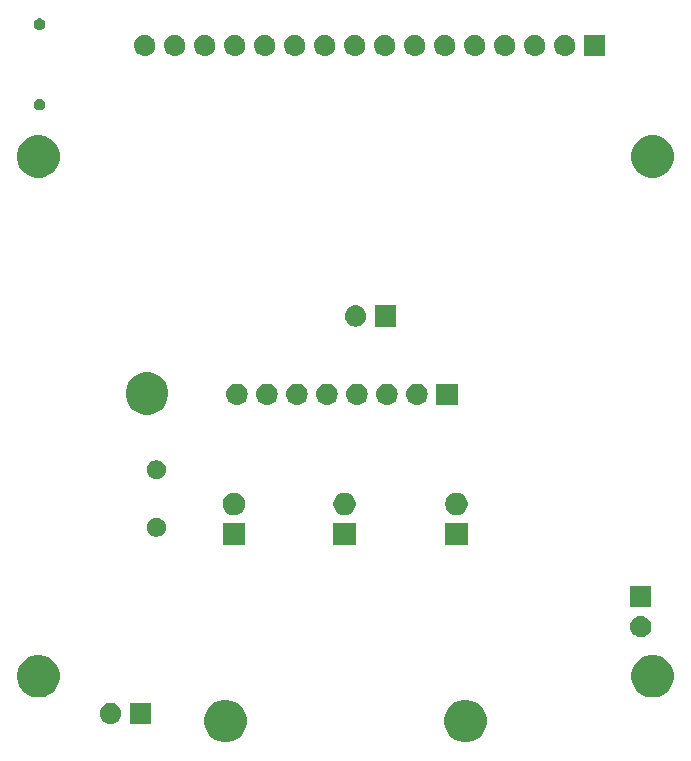
<source format=gbr>
G04 #@! TF.GenerationSoftware,KiCad,Pcbnew,(5.0.2)-1*
G04 #@! TF.CreationDate,2019-02-11T10:40:24+00:00*
G04 #@! TF.ProjectId,AircraftDataLogger,41697263-7261-4667-9444-6174614c6f67,rev?*
G04 #@! TF.SameCoordinates,Original*
G04 #@! TF.FileFunction,Soldermask,Bot*
G04 #@! TF.FilePolarity,Negative*
%FSLAX46Y46*%
G04 Gerber Fmt 4.6, Leading zero omitted, Abs format (unit mm)*
G04 Created by KiCad (PCBNEW (5.0.2)-1) date 11/02/2019 10:40:24*
%MOMM*%
%LPD*%
G01*
G04 APERTURE LIST*
%ADD10C,0.100000*%
G04 APERTURE END LIST*
D10*
G36*
X88885331Y-105068211D02*
X89213092Y-105203974D01*
X89508073Y-105401074D01*
X89758926Y-105651927D01*
X89956026Y-105946908D01*
X90091789Y-106274669D01*
X90161000Y-106622616D01*
X90161000Y-106977384D01*
X90091789Y-107325331D01*
X89956026Y-107653092D01*
X89758926Y-107948073D01*
X89508073Y-108198926D01*
X89213092Y-108396026D01*
X88885331Y-108531789D01*
X88537384Y-108601000D01*
X88182616Y-108601000D01*
X87834669Y-108531789D01*
X87506908Y-108396026D01*
X87211927Y-108198926D01*
X86961074Y-107948073D01*
X86763974Y-107653092D01*
X86628211Y-107325331D01*
X86559000Y-106977384D01*
X86559000Y-106622616D01*
X86628211Y-106274669D01*
X86763974Y-105946908D01*
X86961074Y-105651927D01*
X87211927Y-105401074D01*
X87506908Y-105203974D01*
X87834669Y-105068211D01*
X88182616Y-104999000D01*
X88537384Y-104999000D01*
X88885331Y-105068211D01*
X88885331Y-105068211D01*
G37*
G36*
X68565331Y-105068211D02*
X68893092Y-105203974D01*
X69188073Y-105401074D01*
X69438926Y-105651927D01*
X69636026Y-105946908D01*
X69771789Y-106274669D01*
X69841000Y-106622616D01*
X69841000Y-106977384D01*
X69771789Y-107325331D01*
X69636026Y-107653092D01*
X69438926Y-107948073D01*
X69188073Y-108198926D01*
X68893092Y-108396026D01*
X68565331Y-108531789D01*
X68217384Y-108601000D01*
X67862616Y-108601000D01*
X67514669Y-108531789D01*
X67186908Y-108396026D01*
X66891927Y-108198926D01*
X66641074Y-107948073D01*
X66443974Y-107653092D01*
X66308211Y-107325331D01*
X66239000Y-106977384D01*
X66239000Y-106622616D01*
X66308211Y-106274669D01*
X66443974Y-105946908D01*
X66641074Y-105651927D01*
X66891927Y-105401074D01*
X67186908Y-105203974D01*
X67514669Y-105068211D01*
X67862616Y-104999000D01*
X68217384Y-104999000D01*
X68565331Y-105068211D01*
X68565331Y-105068211D01*
G37*
G36*
X61751000Y-107051000D02*
X59949000Y-107051000D01*
X59949000Y-105249000D01*
X61751000Y-105249000D01*
X61751000Y-107051000D01*
X61751000Y-107051000D01*
G37*
G36*
X58420442Y-105255518D02*
X58486627Y-105262037D01*
X58599853Y-105296384D01*
X58656467Y-105313557D01*
X58795087Y-105387652D01*
X58812991Y-105397222D01*
X58848729Y-105426552D01*
X58950186Y-105509814D01*
X59033448Y-105611271D01*
X59062778Y-105647009D01*
X59062779Y-105647011D01*
X59146443Y-105803533D01*
X59146443Y-105803534D01*
X59197963Y-105973373D01*
X59215359Y-106150000D01*
X59197963Y-106326627D01*
X59163616Y-106439853D01*
X59146443Y-106496467D01*
X59079014Y-106622616D01*
X59062778Y-106652991D01*
X59033448Y-106688729D01*
X58950186Y-106790186D01*
X58848729Y-106873448D01*
X58812991Y-106902778D01*
X58812989Y-106902779D01*
X58656467Y-106986443D01*
X58599853Y-107003616D01*
X58486627Y-107037963D01*
X58420443Y-107044481D01*
X58354260Y-107051000D01*
X58265740Y-107051000D01*
X58199557Y-107044481D01*
X58133373Y-107037963D01*
X58020147Y-107003616D01*
X57963533Y-106986443D01*
X57807011Y-106902779D01*
X57807009Y-106902778D01*
X57771271Y-106873448D01*
X57669814Y-106790186D01*
X57586552Y-106688729D01*
X57557222Y-106652991D01*
X57540986Y-106622616D01*
X57473557Y-106496467D01*
X57456384Y-106439853D01*
X57422037Y-106326627D01*
X57404641Y-106150000D01*
X57422037Y-105973373D01*
X57473557Y-105803534D01*
X57473557Y-105803533D01*
X57557221Y-105647011D01*
X57557222Y-105647009D01*
X57586552Y-105611271D01*
X57669814Y-105509814D01*
X57771271Y-105426552D01*
X57807009Y-105397222D01*
X57824913Y-105387652D01*
X57963533Y-105313557D01*
X58020147Y-105296384D01*
X58133373Y-105262037D01*
X58199558Y-105255518D01*
X58265740Y-105249000D01*
X58354260Y-105249000D01*
X58420442Y-105255518D01*
X58420442Y-105255518D01*
G37*
G36*
X104725331Y-101268211D02*
X105053092Y-101403974D01*
X105348073Y-101601074D01*
X105598926Y-101851927D01*
X105796026Y-102146908D01*
X105931789Y-102474669D01*
X106001000Y-102822616D01*
X106001000Y-103177384D01*
X105931789Y-103525331D01*
X105796026Y-103853092D01*
X105598926Y-104148073D01*
X105348073Y-104398926D01*
X105053092Y-104596026D01*
X104725331Y-104731789D01*
X104377384Y-104801000D01*
X104022616Y-104801000D01*
X103674669Y-104731789D01*
X103346908Y-104596026D01*
X103051927Y-104398926D01*
X102801074Y-104148073D01*
X102603974Y-103853092D01*
X102468211Y-103525331D01*
X102399000Y-103177384D01*
X102399000Y-102822616D01*
X102468211Y-102474669D01*
X102603974Y-102146908D01*
X102801074Y-101851927D01*
X103051927Y-101601074D01*
X103346908Y-101403974D01*
X103674669Y-101268211D01*
X104022616Y-101199000D01*
X104377384Y-101199000D01*
X104725331Y-101268211D01*
X104725331Y-101268211D01*
G37*
G36*
X52725331Y-101268211D02*
X53053092Y-101403974D01*
X53348073Y-101601074D01*
X53598926Y-101851927D01*
X53796026Y-102146908D01*
X53931789Y-102474669D01*
X54001000Y-102822616D01*
X54001000Y-103177384D01*
X53931789Y-103525331D01*
X53796026Y-103853092D01*
X53598926Y-104148073D01*
X53348073Y-104398926D01*
X53053092Y-104596026D01*
X52725331Y-104731789D01*
X52377384Y-104801000D01*
X52022616Y-104801000D01*
X51674669Y-104731789D01*
X51346908Y-104596026D01*
X51051927Y-104398926D01*
X50801074Y-104148073D01*
X50603974Y-103853092D01*
X50468211Y-103525331D01*
X50399000Y-103177384D01*
X50399000Y-102822616D01*
X50468211Y-102474669D01*
X50603974Y-102146908D01*
X50801074Y-101851927D01*
X51051927Y-101601074D01*
X51346908Y-101403974D01*
X51674669Y-101268211D01*
X52022616Y-101199000D01*
X52377384Y-101199000D01*
X52725331Y-101268211D01*
X52725331Y-101268211D01*
G37*
G36*
X103310443Y-97905519D02*
X103376627Y-97912037D01*
X103489853Y-97946384D01*
X103546467Y-97963557D01*
X103685087Y-98037652D01*
X103702991Y-98047222D01*
X103738729Y-98076552D01*
X103840186Y-98159814D01*
X103923448Y-98261271D01*
X103952778Y-98297009D01*
X103952779Y-98297011D01*
X104036443Y-98453533D01*
X104036443Y-98453534D01*
X104087963Y-98623373D01*
X104105359Y-98800000D01*
X104087963Y-98976627D01*
X104053616Y-99089853D01*
X104036443Y-99146467D01*
X103962348Y-99285087D01*
X103952778Y-99302991D01*
X103923448Y-99338729D01*
X103840186Y-99440186D01*
X103738729Y-99523448D01*
X103702991Y-99552778D01*
X103702989Y-99552779D01*
X103546467Y-99636443D01*
X103489853Y-99653616D01*
X103376627Y-99687963D01*
X103310443Y-99694481D01*
X103244260Y-99701000D01*
X103155740Y-99701000D01*
X103089558Y-99694482D01*
X103023373Y-99687963D01*
X102910147Y-99653616D01*
X102853533Y-99636443D01*
X102697011Y-99552779D01*
X102697009Y-99552778D01*
X102661271Y-99523448D01*
X102559814Y-99440186D01*
X102476552Y-99338729D01*
X102447222Y-99302991D01*
X102437652Y-99285087D01*
X102363557Y-99146467D01*
X102346384Y-99089853D01*
X102312037Y-98976627D01*
X102294641Y-98800000D01*
X102312037Y-98623373D01*
X102363557Y-98453534D01*
X102363557Y-98453533D01*
X102447221Y-98297011D01*
X102447222Y-98297009D01*
X102476552Y-98261271D01*
X102559814Y-98159814D01*
X102661271Y-98076552D01*
X102697009Y-98047222D01*
X102714913Y-98037652D01*
X102853533Y-97963557D01*
X102910147Y-97946384D01*
X103023373Y-97912037D01*
X103089557Y-97905519D01*
X103155740Y-97899000D01*
X103244260Y-97899000D01*
X103310443Y-97905519D01*
X103310443Y-97905519D01*
G37*
G36*
X104101000Y-97161000D02*
X102299000Y-97161000D01*
X102299000Y-95359000D01*
X104101000Y-95359000D01*
X104101000Y-97161000D01*
X104101000Y-97161000D01*
G37*
G36*
X79075000Y-91915600D02*
X77173000Y-91915600D01*
X77173000Y-90013600D01*
X79075000Y-90013600D01*
X79075000Y-91915600D01*
X79075000Y-91915600D01*
G37*
G36*
X69701000Y-91901000D02*
X67799000Y-91901000D01*
X67799000Y-89999000D01*
X69701000Y-89999000D01*
X69701000Y-91901000D01*
X69701000Y-91901000D01*
G37*
G36*
X88551000Y-91901000D02*
X86649000Y-91901000D01*
X86649000Y-89999000D01*
X88551000Y-89999000D01*
X88551000Y-91901000D01*
X88551000Y-91901000D01*
G37*
G36*
X62433643Y-89629781D02*
X62579415Y-89690162D01*
X62710611Y-89777824D01*
X62822176Y-89889389D01*
X62909838Y-90020585D01*
X62970219Y-90166357D01*
X63001000Y-90321107D01*
X63001000Y-90478893D01*
X62970219Y-90633643D01*
X62909838Y-90779415D01*
X62822176Y-90910611D01*
X62710611Y-91022176D01*
X62579415Y-91109838D01*
X62433643Y-91170219D01*
X62278893Y-91201000D01*
X62121107Y-91201000D01*
X61966357Y-91170219D01*
X61820585Y-91109838D01*
X61689389Y-91022176D01*
X61577824Y-90910611D01*
X61490162Y-90779415D01*
X61429781Y-90633643D01*
X61399000Y-90478893D01*
X61399000Y-90321107D01*
X61429781Y-90166357D01*
X61490162Y-90020585D01*
X61577824Y-89889389D01*
X61689389Y-89777824D01*
X61820585Y-89690162D01*
X61966357Y-89629781D01*
X62121107Y-89599000D01*
X62278893Y-89599000D01*
X62433643Y-89629781D01*
X62433643Y-89629781D01*
G37*
G36*
X78401396Y-87510146D02*
X78574466Y-87581834D01*
X78730230Y-87685912D01*
X78862688Y-87818370D01*
X78966766Y-87974134D01*
X79038454Y-88147204D01*
X79075000Y-88330933D01*
X79075000Y-88518267D01*
X79038454Y-88701996D01*
X78966766Y-88875066D01*
X78862688Y-89030830D01*
X78730230Y-89163288D01*
X78574466Y-89267366D01*
X78401396Y-89339054D01*
X78217667Y-89375600D01*
X78030333Y-89375600D01*
X77846604Y-89339054D01*
X77673534Y-89267366D01*
X77517770Y-89163288D01*
X77385312Y-89030830D01*
X77281234Y-88875066D01*
X77209546Y-88701996D01*
X77173000Y-88518267D01*
X77173000Y-88330933D01*
X77209546Y-88147204D01*
X77281234Y-87974134D01*
X77385312Y-87818370D01*
X77517770Y-87685912D01*
X77673534Y-87581834D01*
X77846604Y-87510146D01*
X78030333Y-87473600D01*
X78217667Y-87473600D01*
X78401396Y-87510146D01*
X78401396Y-87510146D01*
G37*
G36*
X87877396Y-87495546D02*
X88050466Y-87567234D01*
X88206230Y-87671312D01*
X88338688Y-87803770D01*
X88442766Y-87959534D01*
X88514454Y-88132604D01*
X88551000Y-88316333D01*
X88551000Y-88503667D01*
X88514454Y-88687396D01*
X88442766Y-88860466D01*
X88338688Y-89016230D01*
X88206230Y-89148688D01*
X88050466Y-89252766D01*
X87877396Y-89324454D01*
X87693667Y-89361000D01*
X87506333Y-89361000D01*
X87322604Y-89324454D01*
X87149534Y-89252766D01*
X86993770Y-89148688D01*
X86861312Y-89016230D01*
X86757234Y-88860466D01*
X86685546Y-88687396D01*
X86649000Y-88503667D01*
X86649000Y-88316333D01*
X86685546Y-88132604D01*
X86757234Y-87959534D01*
X86861312Y-87803770D01*
X86993770Y-87671312D01*
X87149534Y-87567234D01*
X87322604Y-87495546D01*
X87506333Y-87459000D01*
X87693667Y-87459000D01*
X87877396Y-87495546D01*
X87877396Y-87495546D01*
G37*
G36*
X69027396Y-87495546D02*
X69200466Y-87567234D01*
X69356230Y-87671312D01*
X69488688Y-87803770D01*
X69592766Y-87959534D01*
X69664454Y-88132604D01*
X69701000Y-88316333D01*
X69701000Y-88503667D01*
X69664454Y-88687396D01*
X69592766Y-88860466D01*
X69488688Y-89016230D01*
X69356230Y-89148688D01*
X69200466Y-89252766D01*
X69027396Y-89324454D01*
X68843667Y-89361000D01*
X68656333Y-89361000D01*
X68472604Y-89324454D01*
X68299534Y-89252766D01*
X68143770Y-89148688D01*
X68011312Y-89016230D01*
X67907234Y-88860466D01*
X67835546Y-88687396D01*
X67799000Y-88503667D01*
X67799000Y-88316333D01*
X67835546Y-88132604D01*
X67907234Y-87959534D01*
X68011312Y-87803770D01*
X68143770Y-87671312D01*
X68299534Y-87567234D01*
X68472604Y-87495546D01*
X68656333Y-87459000D01*
X68843667Y-87459000D01*
X69027396Y-87495546D01*
X69027396Y-87495546D01*
G37*
G36*
X62433643Y-84749781D02*
X62579415Y-84810162D01*
X62710611Y-84897824D01*
X62822176Y-85009389D01*
X62909838Y-85140585D01*
X62970219Y-85286357D01*
X63001000Y-85441107D01*
X63001000Y-85598893D01*
X62970219Y-85753643D01*
X62909838Y-85899415D01*
X62822176Y-86030611D01*
X62710611Y-86142176D01*
X62579415Y-86229838D01*
X62433643Y-86290219D01*
X62278893Y-86321000D01*
X62121107Y-86321000D01*
X61966357Y-86290219D01*
X61820585Y-86229838D01*
X61689389Y-86142176D01*
X61577824Y-86030611D01*
X61490162Y-85899415D01*
X61429781Y-85753643D01*
X61399000Y-85598893D01*
X61399000Y-85441107D01*
X61429781Y-85286357D01*
X61490162Y-85140585D01*
X61577824Y-85009389D01*
X61689389Y-84897824D01*
X61820585Y-84810162D01*
X61966357Y-84749781D01*
X62121107Y-84719000D01*
X62278893Y-84719000D01*
X62433643Y-84749781D01*
X62433643Y-84749781D01*
G37*
G36*
X61925331Y-77328211D02*
X62253092Y-77463974D01*
X62548073Y-77661074D01*
X62798926Y-77911927D01*
X62996026Y-78206908D01*
X63131789Y-78534669D01*
X63201000Y-78882616D01*
X63201000Y-79237384D01*
X63131789Y-79585331D01*
X62996026Y-79913092D01*
X62798926Y-80208073D01*
X62548073Y-80458926D01*
X62253092Y-80656026D01*
X61925331Y-80791789D01*
X61577384Y-80861000D01*
X61222616Y-80861000D01*
X60874669Y-80791789D01*
X60546908Y-80656026D01*
X60251927Y-80458926D01*
X60001074Y-80208073D01*
X59803974Y-79913092D01*
X59668211Y-79585331D01*
X59599000Y-79237384D01*
X59599000Y-78882616D01*
X59668211Y-78534669D01*
X59803974Y-78206908D01*
X60001074Y-77911927D01*
X60251927Y-77661074D01*
X60546908Y-77463974D01*
X60874669Y-77328211D01*
X61222616Y-77259000D01*
X61577384Y-77259000D01*
X61925331Y-77328211D01*
X61925331Y-77328211D01*
G37*
G36*
X87701000Y-80031000D02*
X85899000Y-80031000D01*
X85899000Y-78229000D01*
X87701000Y-78229000D01*
X87701000Y-80031000D01*
X87701000Y-80031000D01*
G37*
G36*
X84370443Y-78235519D02*
X84436627Y-78242037D01*
X84549853Y-78276384D01*
X84606467Y-78293557D01*
X84745087Y-78367652D01*
X84762991Y-78377222D01*
X84798729Y-78406552D01*
X84900186Y-78489814D01*
X84983448Y-78591271D01*
X85012778Y-78627009D01*
X85012779Y-78627011D01*
X85096443Y-78783533D01*
X85096443Y-78783534D01*
X85147963Y-78953373D01*
X85165359Y-79130000D01*
X85147963Y-79306627D01*
X85113616Y-79419853D01*
X85096443Y-79476467D01*
X85022348Y-79615087D01*
X85012778Y-79632991D01*
X84983448Y-79668729D01*
X84900186Y-79770186D01*
X84798729Y-79853448D01*
X84762991Y-79882778D01*
X84762989Y-79882779D01*
X84606467Y-79966443D01*
X84549853Y-79983616D01*
X84436627Y-80017963D01*
X84370443Y-80024481D01*
X84304260Y-80031000D01*
X84215740Y-80031000D01*
X84149557Y-80024481D01*
X84083373Y-80017963D01*
X83970147Y-79983616D01*
X83913533Y-79966443D01*
X83757011Y-79882779D01*
X83757009Y-79882778D01*
X83721271Y-79853448D01*
X83619814Y-79770186D01*
X83536552Y-79668729D01*
X83507222Y-79632991D01*
X83497652Y-79615087D01*
X83423557Y-79476467D01*
X83406384Y-79419853D01*
X83372037Y-79306627D01*
X83354641Y-79130000D01*
X83372037Y-78953373D01*
X83423557Y-78783534D01*
X83423557Y-78783533D01*
X83507221Y-78627011D01*
X83507222Y-78627009D01*
X83536552Y-78591271D01*
X83619814Y-78489814D01*
X83721271Y-78406552D01*
X83757009Y-78377222D01*
X83774913Y-78367652D01*
X83913533Y-78293557D01*
X83970147Y-78276384D01*
X84083373Y-78242037D01*
X84149557Y-78235519D01*
X84215740Y-78229000D01*
X84304260Y-78229000D01*
X84370443Y-78235519D01*
X84370443Y-78235519D01*
G37*
G36*
X76750443Y-78235519D02*
X76816627Y-78242037D01*
X76929853Y-78276384D01*
X76986467Y-78293557D01*
X77125087Y-78367652D01*
X77142991Y-78377222D01*
X77178729Y-78406552D01*
X77280186Y-78489814D01*
X77363448Y-78591271D01*
X77392778Y-78627009D01*
X77392779Y-78627011D01*
X77476443Y-78783533D01*
X77476443Y-78783534D01*
X77527963Y-78953373D01*
X77545359Y-79130000D01*
X77527963Y-79306627D01*
X77493616Y-79419853D01*
X77476443Y-79476467D01*
X77402348Y-79615087D01*
X77392778Y-79632991D01*
X77363448Y-79668729D01*
X77280186Y-79770186D01*
X77178729Y-79853448D01*
X77142991Y-79882778D01*
X77142989Y-79882779D01*
X76986467Y-79966443D01*
X76929853Y-79983616D01*
X76816627Y-80017963D01*
X76750443Y-80024481D01*
X76684260Y-80031000D01*
X76595740Y-80031000D01*
X76529557Y-80024481D01*
X76463373Y-80017963D01*
X76350147Y-79983616D01*
X76293533Y-79966443D01*
X76137011Y-79882779D01*
X76137009Y-79882778D01*
X76101271Y-79853448D01*
X75999814Y-79770186D01*
X75916552Y-79668729D01*
X75887222Y-79632991D01*
X75877652Y-79615087D01*
X75803557Y-79476467D01*
X75786384Y-79419853D01*
X75752037Y-79306627D01*
X75734641Y-79130000D01*
X75752037Y-78953373D01*
X75803557Y-78783534D01*
X75803557Y-78783533D01*
X75887221Y-78627011D01*
X75887222Y-78627009D01*
X75916552Y-78591271D01*
X75999814Y-78489814D01*
X76101271Y-78406552D01*
X76137009Y-78377222D01*
X76154913Y-78367652D01*
X76293533Y-78293557D01*
X76350147Y-78276384D01*
X76463373Y-78242037D01*
X76529557Y-78235519D01*
X76595740Y-78229000D01*
X76684260Y-78229000D01*
X76750443Y-78235519D01*
X76750443Y-78235519D01*
G37*
G36*
X74210443Y-78235519D02*
X74276627Y-78242037D01*
X74389853Y-78276384D01*
X74446467Y-78293557D01*
X74585087Y-78367652D01*
X74602991Y-78377222D01*
X74638729Y-78406552D01*
X74740186Y-78489814D01*
X74823448Y-78591271D01*
X74852778Y-78627009D01*
X74852779Y-78627011D01*
X74936443Y-78783533D01*
X74936443Y-78783534D01*
X74987963Y-78953373D01*
X75005359Y-79130000D01*
X74987963Y-79306627D01*
X74953616Y-79419853D01*
X74936443Y-79476467D01*
X74862348Y-79615087D01*
X74852778Y-79632991D01*
X74823448Y-79668729D01*
X74740186Y-79770186D01*
X74638729Y-79853448D01*
X74602991Y-79882778D01*
X74602989Y-79882779D01*
X74446467Y-79966443D01*
X74389853Y-79983616D01*
X74276627Y-80017963D01*
X74210443Y-80024481D01*
X74144260Y-80031000D01*
X74055740Y-80031000D01*
X73989557Y-80024481D01*
X73923373Y-80017963D01*
X73810147Y-79983616D01*
X73753533Y-79966443D01*
X73597011Y-79882779D01*
X73597009Y-79882778D01*
X73561271Y-79853448D01*
X73459814Y-79770186D01*
X73376552Y-79668729D01*
X73347222Y-79632991D01*
X73337652Y-79615087D01*
X73263557Y-79476467D01*
X73246384Y-79419853D01*
X73212037Y-79306627D01*
X73194641Y-79130000D01*
X73212037Y-78953373D01*
X73263557Y-78783534D01*
X73263557Y-78783533D01*
X73347221Y-78627011D01*
X73347222Y-78627009D01*
X73376552Y-78591271D01*
X73459814Y-78489814D01*
X73561271Y-78406552D01*
X73597009Y-78377222D01*
X73614913Y-78367652D01*
X73753533Y-78293557D01*
X73810147Y-78276384D01*
X73923373Y-78242037D01*
X73989557Y-78235519D01*
X74055740Y-78229000D01*
X74144260Y-78229000D01*
X74210443Y-78235519D01*
X74210443Y-78235519D01*
G37*
G36*
X69130443Y-78235519D02*
X69196627Y-78242037D01*
X69309853Y-78276384D01*
X69366467Y-78293557D01*
X69505087Y-78367652D01*
X69522991Y-78377222D01*
X69558729Y-78406552D01*
X69660186Y-78489814D01*
X69743448Y-78591271D01*
X69772778Y-78627009D01*
X69772779Y-78627011D01*
X69856443Y-78783533D01*
X69856443Y-78783534D01*
X69907963Y-78953373D01*
X69925359Y-79130000D01*
X69907963Y-79306627D01*
X69873616Y-79419853D01*
X69856443Y-79476467D01*
X69782348Y-79615087D01*
X69772778Y-79632991D01*
X69743448Y-79668729D01*
X69660186Y-79770186D01*
X69558729Y-79853448D01*
X69522991Y-79882778D01*
X69522989Y-79882779D01*
X69366467Y-79966443D01*
X69309853Y-79983616D01*
X69196627Y-80017963D01*
X69130443Y-80024481D01*
X69064260Y-80031000D01*
X68975740Y-80031000D01*
X68909557Y-80024481D01*
X68843373Y-80017963D01*
X68730147Y-79983616D01*
X68673533Y-79966443D01*
X68517011Y-79882779D01*
X68517009Y-79882778D01*
X68481271Y-79853448D01*
X68379814Y-79770186D01*
X68296552Y-79668729D01*
X68267222Y-79632991D01*
X68257652Y-79615087D01*
X68183557Y-79476467D01*
X68166384Y-79419853D01*
X68132037Y-79306627D01*
X68114641Y-79130000D01*
X68132037Y-78953373D01*
X68183557Y-78783534D01*
X68183557Y-78783533D01*
X68267221Y-78627011D01*
X68267222Y-78627009D01*
X68296552Y-78591271D01*
X68379814Y-78489814D01*
X68481271Y-78406552D01*
X68517009Y-78377222D01*
X68534913Y-78367652D01*
X68673533Y-78293557D01*
X68730147Y-78276384D01*
X68843373Y-78242037D01*
X68909557Y-78235519D01*
X68975740Y-78229000D01*
X69064260Y-78229000D01*
X69130443Y-78235519D01*
X69130443Y-78235519D01*
G37*
G36*
X81830443Y-78235519D02*
X81896627Y-78242037D01*
X82009853Y-78276384D01*
X82066467Y-78293557D01*
X82205087Y-78367652D01*
X82222991Y-78377222D01*
X82258729Y-78406552D01*
X82360186Y-78489814D01*
X82443448Y-78591271D01*
X82472778Y-78627009D01*
X82472779Y-78627011D01*
X82556443Y-78783533D01*
X82556443Y-78783534D01*
X82607963Y-78953373D01*
X82625359Y-79130000D01*
X82607963Y-79306627D01*
X82573616Y-79419853D01*
X82556443Y-79476467D01*
X82482348Y-79615087D01*
X82472778Y-79632991D01*
X82443448Y-79668729D01*
X82360186Y-79770186D01*
X82258729Y-79853448D01*
X82222991Y-79882778D01*
X82222989Y-79882779D01*
X82066467Y-79966443D01*
X82009853Y-79983616D01*
X81896627Y-80017963D01*
X81830443Y-80024481D01*
X81764260Y-80031000D01*
X81675740Y-80031000D01*
X81609557Y-80024481D01*
X81543373Y-80017963D01*
X81430147Y-79983616D01*
X81373533Y-79966443D01*
X81217011Y-79882779D01*
X81217009Y-79882778D01*
X81181271Y-79853448D01*
X81079814Y-79770186D01*
X80996552Y-79668729D01*
X80967222Y-79632991D01*
X80957652Y-79615087D01*
X80883557Y-79476467D01*
X80866384Y-79419853D01*
X80832037Y-79306627D01*
X80814641Y-79130000D01*
X80832037Y-78953373D01*
X80883557Y-78783534D01*
X80883557Y-78783533D01*
X80967221Y-78627011D01*
X80967222Y-78627009D01*
X80996552Y-78591271D01*
X81079814Y-78489814D01*
X81181271Y-78406552D01*
X81217009Y-78377222D01*
X81234913Y-78367652D01*
X81373533Y-78293557D01*
X81430147Y-78276384D01*
X81543373Y-78242037D01*
X81609557Y-78235519D01*
X81675740Y-78229000D01*
X81764260Y-78229000D01*
X81830443Y-78235519D01*
X81830443Y-78235519D01*
G37*
G36*
X79290443Y-78235519D02*
X79356627Y-78242037D01*
X79469853Y-78276384D01*
X79526467Y-78293557D01*
X79665087Y-78367652D01*
X79682991Y-78377222D01*
X79718729Y-78406552D01*
X79820186Y-78489814D01*
X79903448Y-78591271D01*
X79932778Y-78627009D01*
X79932779Y-78627011D01*
X80016443Y-78783533D01*
X80016443Y-78783534D01*
X80067963Y-78953373D01*
X80085359Y-79130000D01*
X80067963Y-79306627D01*
X80033616Y-79419853D01*
X80016443Y-79476467D01*
X79942348Y-79615087D01*
X79932778Y-79632991D01*
X79903448Y-79668729D01*
X79820186Y-79770186D01*
X79718729Y-79853448D01*
X79682991Y-79882778D01*
X79682989Y-79882779D01*
X79526467Y-79966443D01*
X79469853Y-79983616D01*
X79356627Y-80017963D01*
X79290443Y-80024481D01*
X79224260Y-80031000D01*
X79135740Y-80031000D01*
X79069557Y-80024481D01*
X79003373Y-80017963D01*
X78890147Y-79983616D01*
X78833533Y-79966443D01*
X78677011Y-79882779D01*
X78677009Y-79882778D01*
X78641271Y-79853448D01*
X78539814Y-79770186D01*
X78456552Y-79668729D01*
X78427222Y-79632991D01*
X78417652Y-79615087D01*
X78343557Y-79476467D01*
X78326384Y-79419853D01*
X78292037Y-79306627D01*
X78274641Y-79130000D01*
X78292037Y-78953373D01*
X78343557Y-78783534D01*
X78343557Y-78783533D01*
X78427221Y-78627011D01*
X78427222Y-78627009D01*
X78456552Y-78591271D01*
X78539814Y-78489814D01*
X78641271Y-78406552D01*
X78677009Y-78377222D01*
X78694913Y-78367652D01*
X78833533Y-78293557D01*
X78890147Y-78276384D01*
X79003373Y-78242037D01*
X79069557Y-78235519D01*
X79135740Y-78229000D01*
X79224260Y-78229000D01*
X79290443Y-78235519D01*
X79290443Y-78235519D01*
G37*
G36*
X71670443Y-78235519D02*
X71736627Y-78242037D01*
X71849853Y-78276384D01*
X71906467Y-78293557D01*
X72045087Y-78367652D01*
X72062991Y-78377222D01*
X72098729Y-78406552D01*
X72200186Y-78489814D01*
X72283448Y-78591271D01*
X72312778Y-78627009D01*
X72312779Y-78627011D01*
X72396443Y-78783533D01*
X72396443Y-78783534D01*
X72447963Y-78953373D01*
X72465359Y-79130000D01*
X72447963Y-79306627D01*
X72413616Y-79419853D01*
X72396443Y-79476467D01*
X72322348Y-79615087D01*
X72312778Y-79632991D01*
X72283448Y-79668729D01*
X72200186Y-79770186D01*
X72098729Y-79853448D01*
X72062991Y-79882778D01*
X72062989Y-79882779D01*
X71906467Y-79966443D01*
X71849853Y-79983616D01*
X71736627Y-80017963D01*
X71670443Y-80024481D01*
X71604260Y-80031000D01*
X71515740Y-80031000D01*
X71449557Y-80024481D01*
X71383373Y-80017963D01*
X71270147Y-79983616D01*
X71213533Y-79966443D01*
X71057011Y-79882779D01*
X71057009Y-79882778D01*
X71021271Y-79853448D01*
X70919814Y-79770186D01*
X70836552Y-79668729D01*
X70807222Y-79632991D01*
X70797652Y-79615087D01*
X70723557Y-79476467D01*
X70706384Y-79419853D01*
X70672037Y-79306627D01*
X70654641Y-79130000D01*
X70672037Y-78953373D01*
X70723557Y-78783534D01*
X70723557Y-78783533D01*
X70807221Y-78627011D01*
X70807222Y-78627009D01*
X70836552Y-78591271D01*
X70919814Y-78489814D01*
X71021271Y-78406552D01*
X71057009Y-78377222D01*
X71074913Y-78367652D01*
X71213533Y-78293557D01*
X71270147Y-78276384D01*
X71383373Y-78242037D01*
X71449557Y-78235519D01*
X71515740Y-78229000D01*
X71604260Y-78229000D01*
X71670443Y-78235519D01*
X71670443Y-78235519D01*
G37*
G36*
X79170443Y-71605519D02*
X79236627Y-71612037D01*
X79349853Y-71646384D01*
X79406467Y-71663557D01*
X79545087Y-71737652D01*
X79562991Y-71747222D01*
X79598729Y-71776552D01*
X79700186Y-71859814D01*
X79783448Y-71961271D01*
X79812778Y-71997009D01*
X79812779Y-71997011D01*
X79896443Y-72153533D01*
X79896443Y-72153534D01*
X79947963Y-72323373D01*
X79965359Y-72500000D01*
X79947963Y-72676627D01*
X79913616Y-72789853D01*
X79896443Y-72846467D01*
X79822348Y-72985087D01*
X79812778Y-73002991D01*
X79783448Y-73038729D01*
X79700186Y-73140186D01*
X79598729Y-73223448D01*
X79562991Y-73252778D01*
X79562989Y-73252779D01*
X79406467Y-73336443D01*
X79349853Y-73353616D01*
X79236627Y-73387963D01*
X79170443Y-73394481D01*
X79104260Y-73401000D01*
X79015740Y-73401000D01*
X78949557Y-73394481D01*
X78883373Y-73387963D01*
X78770147Y-73353616D01*
X78713533Y-73336443D01*
X78557011Y-73252779D01*
X78557009Y-73252778D01*
X78521271Y-73223448D01*
X78419814Y-73140186D01*
X78336552Y-73038729D01*
X78307222Y-73002991D01*
X78297652Y-72985087D01*
X78223557Y-72846467D01*
X78206384Y-72789853D01*
X78172037Y-72676627D01*
X78154641Y-72500000D01*
X78172037Y-72323373D01*
X78223557Y-72153534D01*
X78223557Y-72153533D01*
X78307221Y-71997011D01*
X78307222Y-71997009D01*
X78336552Y-71961271D01*
X78419814Y-71859814D01*
X78521271Y-71776552D01*
X78557009Y-71747222D01*
X78574913Y-71737652D01*
X78713533Y-71663557D01*
X78770147Y-71646384D01*
X78883373Y-71612037D01*
X78949557Y-71605519D01*
X79015740Y-71599000D01*
X79104260Y-71599000D01*
X79170443Y-71605519D01*
X79170443Y-71605519D01*
G37*
G36*
X82501000Y-73401000D02*
X80699000Y-73401000D01*
X80699000Y-71599000D01*
X82501000Y-71599000D01*
X82501000Y-73401000D01*
X82501000Y-73401000D01*
G37*
G36*
X104725331Y-57268211D02*
X105053092Y-57403974D01*
X105348073Y-57601074D01*
X105598926Y-57851927D01*
X105796026Y-58146908D01*
X105931789Y-58474669D01*
X106001000Y-58822616D01*
X106001000Y-59177384D01*
X105931789Y-59525331D01*
X105796026Y-59853092D01*
X105598926Y-60148073D01*
X105348073Y-60398926D01*
X105053092Y-60596026D01*
X104725331Y-60731789D01*
X104377384Y-60801000D01*
X104022616Y-60801000D01*
X103674669Y-60731789D01*
X103346908Y-60596026D01*
X103051927Y-60398926D01*
X102801074Y-60148073D01*
X102603974Y-59853092D01*
X102468211Y-59525331D01*
X102399000Y-59177384D01*
X102399000Y-58822616D01*
X102468211Y-58474669D01*
X102603974Y-58146908D01*
X102801074Y-57851927D01*
X103051927Y-57601074D01*
X103346908Y-57403974D01*
X103674669Y-57268211D01*
X104022616Y-57199000D01*
X104377384Y-57199000D01*
X104725331Y-57268211D01*
X104725331Y-57268211D01*
G37*
G36*
X52725331Y-57268211D02*
X53053092Y-57403974D01*
X53348073Y-57601074D01*
X53598926Y-57851927D01*
X53796026Y-58146908D01*
X53931789Y-58474669D01*
X54001000Y-58822616D01*
X54001000Y-59177384D01*
X53931789Y-59525331D01*
X53796026Y-59853092D01*
X53598926Y-60148073D01*
X53348073Y-60398926D01*
X53053092Y-60596026D01*
X52725331Y-60731789D01*
X52377384Y-60801000D01*
X52022616Y-60801000D01*
X51674669Y-60731789D01*
X51346908Y-60596026D01*
X51051927Y-60398926D01*
X50801074Y-60148073D01*
X50603974Y-59853092D01*
X50468211Y-59525331D01*
X50399000Y-59177384D01*
X50399000Y-58822616D01*
X50468211Y-58474669D01*
X50603974Y-58146908D01*
X50801074Y-57851927D01*
X51051927Y-57601074D01*
X51346908Y-57403974D01*
X51674669Y-57268211D01*
X52022616Y-57199000D01*
X52377384Y-57199000D01*
X52725331Y-57268211D01*
X52725331Y-57268211D01*
G37*
G36*
X52446136Y-54118253D02*
X52537312Y-54156019D01*
X52619372Y-54210850D01*
X52689150Y-54280628D01*
X52743981Y-54362688D01*
X52781747Y-54453864D01*
X52801000Y-54550656D01*
X52801000Y-54649344D01*
X52781747Y-54746136D01*
X52743981Y-54837312D01*
X52689150Y-54919372D01*
X52619372Y-54989150D01*
X52537312Y-55043981D01*
X52446136Y-55081747D01*
X52349344Y-55101000D01*
X52250656Y-55101000D01*
X52153864Y-55081747D01*
X52062688Y-55043981D01*
X51980628Y-54989150D01*
X51910850Y-54919372D01*
X51856019Y-54837312D01*
X51818253Y-54746136D01*
X51799000Y-54649344D01*
X51799000Y-54550656D01*
X51818253Y-54453864D01*
X51856019Y-54362688D01*
X51910850Y-54280628D01*
X51980628Y-54210850D01*
X52062688Y-54156019D01*
X52153864Y-54118253D01*
X52250656Y-54099000D01*
X52349344Y-54099000D01*
X52446136Y-54118253D01*
X52446136Y-54118253D01*
G37*
G36*
X94330443Y-48705519D02*
X94396627Y-48712037D01*
X94509853Y-48746384D01*
X94566467Y-48763557D01*
X94705087Y-48837652D01*
X94722991Y-48847222D01*
X94758729Y-48876552D01*
X94860186Y-48959814D01*
X94943448Y-49061271D01*
X94972778Y-49097009D01*
X94972779Y-49097011D01*
X95056443Y-49253533D01*
X95056443Y-49253534D01*
X95107963Y-49423373D01*
X95125359Y-49600000D01*
X95107963Y-49776627D01*
X95073616Y-49889853D01*
X95056443Y-49946467D01*
X94982348Y-50085087D01*
X94972778Y-50102991D01*
X94943448Y-50138729D01*
X94860186Y-50240186D01*
X94758729Y-50323448D01*
X94722991Y-50352778D01*
X94722989Y-50352779D01*
X94566467Y-50436443D01*
X94509853Y-50453616D01*
X94396627Y-50487963D01*
X94330443Y-50494481D01*
X94264260Y-50501000D01*
X94175740Y-50501000D01*
X94109557Y-50494481D01*
X94043373Y-50487963D01*
X93930147Y-50453616D01*
X93873533Y-50436443D01*
X93717011Y-50352779D01*
X93717009Y-50352778D01*
X93681271Y-50323448D01*
X93579814Y-50240186D01*
X93496552Y-50138729D01*
X93467222Y-50102991D01*
X93457652Y-50085087D01*
X93383557Y-49946467D01*
X93366384Y-49889853D01*
X93332037Y-49776627D01*
X93314641Y-49600000D01*
X93332037Y-49423373D01*
X93383557Y-49253534D01*
X93383557Y-49253533D01*
X93467221Y-49097011D01*
X93467222Y-49097009D01*
X93496552Y-49061271D01*
X93579814Y-48959814D01*
X93681271Y-48876552D01*
X93717009Y-48847222D01*
X93734913Y-48837652D01*
X93873533Y-48763557D01*
X93930147Y-48746384D01*
X94043373Y-48712037D01*
X94109557Y-48705519D01*
X94175740Y-48699000D01*
X94264260Y-48699000D01*
X94330443Y-48705519D01*
X94330443Y-48705519D01*
G37*
G36*
X96870443Y-48705519D02*
X96936627Y-48712037D01*
X97049853Y-48746384D01*
X97106467Y-48763557D01*
X97245087Y-48837652D01*
X97262991Y-48847222D01*
X97298729Y-48876552D01*
X97400186Y-48959814D01*
X97483448Y-49061271D01*
X97512778Y-49097009D01*
X97512779Y-49097011D01*
X97596443Y-49253533D01*
X97596443Y-49253534D01*
X97647963Y-49423373D01*
X97665359Y-49600000D01*
X97647963Y-49776627D01*
X97613616Y-49889853D01*
X97596443Y-49946467D01*
X97522348Y-50085087D01*
X97512778Y-50102991D01*
X97483448Y-50138729D01*
X97400186Y-50240186D01*
X97298729Y-50323448D01*
X97262991Y-50352778D01*
X97262989Y-50352779D01*
X97106467Y-50436443D01*
X97049853Y-50453616D01*
X96936627Y-50487963D01*
X96870443Y-50494481D01*
X96804260Y-50501000D01*
X96715740Y-50501000D01*
X96649557Y-50494481D01*
X96583373Y-50487963D01*
X96470147Y-50453616D01*
X96413533Y-50436443D01*
X96257011Y-50352779D01*
X96257009Y-50352778D01*
X96221271Y-50323448D01*
X96119814Y-50240186D01*
X96036552Y-50138729D01*
X96007222Y-50102991D01*
X95997652Y-50085087D01*
X95923557Y-49946467D01*
X95906384Y-49889853D01*
X95872037Y-49776627D01*
X95854641Y-49600000D01*
X95872037Y-49423373D01*
X95923557Y-49253534D01*
X95923557Y-49253533D01*
X96007221Y-49097011D01*
X96007222Y-49097009D01*
X96036552Y-49061271D01*
X96119814Y-48959814D01*
X96221271Y-48876552D01*
X96257009Y-48847222D01*
X96274913Y-48837652D01*
X96413533Y-48763557D01*
X96470147Y-48746384D01*
X96583373Y-48712037D01*
X96649557Y-48705519D01*
X96715740Y-48699000D01*
X96804260Y-48699000D01*
X96870443Y-48705519D01*
X96870443Y-48705519D01*
G37*
G36*
X61310443Y-48705519D02*
X61376627Y-48712037D01*
X61489853Y-48746384D01*
X61546467Y-48763557D01*
X61685087Y-48837652D01*
X61702991Y-48847222D01*
X61738729Y-48876552D01*
X61840186Y-48959814D01*
X61923448Y-49061271D01*
X61952778Y-49097009D01*
X61952779Y-49097011D01*
X62036443Y-49253533D01*
X62036443Y-49253534D01*
X62087963Y-49423373D01*
X62105359Y-49600000D01*
X62087963Y-49776627D01*
X62053616Y-49889853D01*
X62036443Y-49946467D01*
X61962348Y-50085087D01*
X61952778Y-50102991D01*
X61923448Y-50138729D01*
X61840186Y-50240186D01*
X61738729Y-50323448D01*
X61702991Y-50352778D01*
X61702989Y-50352779D01*
X61546467Y-50436443D01*
X61489853Y-50453616D01*
X61376627Y-50487963D01*
X61310443Y-50494481D01*
X61244260Y-50501000D01*
X61155740Y-50501000D01*
X61089557Y-50494481D01*
X61023373Y-50487963D01*
X60910147Y-50453616D01*
X60853533Y-50436443D01*
X60697011Y-50352779D01*
X60697009Y-50352778D01*
X60661271Y-50323448D01*
X60559814Y-50240186D01*
X60476552Y-50138729D01*
X60447222Y-50102991D01*
X60437652Y-50085087D01*
X60363557Y-49946467D01*
X60346384Y-49889853D01*
X60312037Y-49776627D01*
X60294641Y-49600000D01*
X60312037Y-49423373D01*
X60363557Y-49253534D01*
X60363557Y-49253533D01*
X60447221Y-49097011D01*
X60447222Y-49097009D01*
X60476552Y-49061271D01*
X60559814Y-48959814D01*
X60661271Y-48876552D01*
X60697009Y-48847222D01*
X60714913Y-48837652D01*
X60853533Y-48763557D01*
X60910147Y-48746384D01*
X61023373Y-48712037D01*
X61089557Y-48705519D01*
X61155740Y-48699000D01*
X61244260Y-48699000D01*
X61310443Y-48705519D01*
X61310443Y-48705519D01*
G37*
G36*
X63850443Y-48705519D02*
X63916627Y-48712037D01*
X64029853Y-48746384D01*
X64086467Y-48763557D01*
X64225087Y-48837652D01*
X64242991Y-48847222D01*
X64278729Y-48876552D01*
X64380186Y-48959814D01*
X64463448Y-49061271D01*
X64492778Y-49097009D01*
X64492779Y-49097011D01*
X64576443Y-49253533D01*
X64576443Y-49253534D01*
X64627963Y-49423373D01*
X64645359Y-49600000D01*
X64627963Y-49776627D01*
X64593616Y-49889853D01*
X64576443Y-49946467D01*
X64502348Y-50085087D01*
X64492778Y-50102991D01*
X64463448Y-50138729D01*
X64380186Y-50240186D01*
X64278729Y-50323448D01*
X64242991Y-50352778D01*
X64242989Y-50352779D01*
X64086467Y-50436443D01*
X64029853Y-50453616D01*
X63916627Y-50487963D01*
X63850443Y-50494481D01*
X63784260Y-50501000D01*
X63695740Y-50501000D01*
X63629557Y-50494481D01*
X63563373Y-50487963D01*
X63450147Y-50453616D01*
X63393533Y-50436443D01*
X63237011Y-50352779D01*
X63237009Y-50352778D01*
X63201271Y-50323448D01*
X63099814Y-50240186D01*
X63016552Y-50138729D01*
X62987222Y-50102991D01*
X62977652Y-50085087D01*
X62903557Y-49946467D01*
X62886384Y-49889853D01*
X62852037Y-49776627D01*
X62834641Y-49600000D01*
X62852037Y-49423373D01*
X62903557Y-49253534D01*
X62903557Y-49253533D01*
X62987221Y-49097011D01*
X62987222Y-49097009D01*
X63016552Y-49061271D01*
X63099814Y-48959814D01*
X63201271Y-48876552D01*
X63237009Y-48847222D01*
X63254913Y-48837652D01*
X63393533Y-48763557D01*
X63450147Y-48746384D01*
X63563373Y-48712037D01*
X63629557Y-48705519D01*
X63695740Y-48699000D01*
X63784260Y-48699000D01*
X63850443Y-48705519D01*
X63850443Y-48705519D01*
G37*
G36*
X84170443Y-48705519D02*
X84236627Y-48712037D01*
X84349853Y-48746384D01*
X84406467Y-48763557D01*
X84545087Y-48837652D01*
X84562991Y-48847222D01*
X84598729Y-48876552D01*
X84700186Y-48959814D01*
X84783448Y-49061271D01*
X84812778Y-49097009D01*
X84812779Y-49097011D01*
X84896443Y-49253533D01*
X84896443Y-49253534D01*
X84947963Y-49423373D01*
X84965359Y-49600000D01*
X84947963Y-49776627D01*
X84913616Y-49889853D01*
X84896443Y-49946467D01*
X84822348Y-50085087D01*
X84812778Y-50102991D01*
X84783448Y-50138729D01*
X84700186Y-50240186D01*
X84598729Y-50323448D01*
X84562991Y-50352778D01*
X84562989Y-50352779D01*
X84406467Y-50436443D01*
X84349853Y-50453616D01*
X84236627Y-50487963D01*
X84170443Y-50494481D01*
X84104260Y-50501000D01*
X84015740Y-50501000D01*
X83949557Y-50494481D01*
X83883373Y-50487963D01*
X83770147Y-50453616D01*
X83713533Y-50436443D01*
X83557011Y-50352779D01*
X83557009Y-50352778D01*
X83521271Y-50323448D01*
X83419814Y-50240186D01*
X83336552Y-50138729D01*
X83307222Y-50102991D01*
X83297652Y-50085087D01*
X83223557Y-49946467D01*
X83206384Y-49889853D01*
X83172037Y-49776627D01*
X83154641Y-49600000D01*
X83172037Y-49423373D01*
X83223557Y-49253534D01*
X83223557Y-49253533D01*
X83307221Y-49097011D01*
X83307222Y-49097009D01*
X83336552Y-49061271D01*
X83419814Y-48959814D01*
X83521271Y-48876552D01*
X83557009Y-48847222D01*
X83574913Y-48837652D01*
X83713533Y-48763557D01*
X83770147Y-48746384D01*
X83883373Y-48712037D01*
X83949557Y-48705519D01*
X84015740Y-48699000D01*
X84104260Y-48699000D01*
X84170443Y-48705519D01*
X84170443Y-48705519D01*
G37*
G36*
X66390443Y-48705519D02*
X66456627Y-48712037D01*
X66569853Y-48746384D01*
X66626467Y-48763557D01*
X66765087Y-48837652D01*
X66782991Y-48847222D01*
X66818729Y-48876552D01*
X66920186Y-48959814D01*
X67003448Y-49061271D01*
X67032778Y-49097009D01*
X67032779Y-49097011D01*
X67116443Y-49253533D01*
X67116443Y-49253534D01*
X67167963Y-49423373D01*
X67185359Y-49600000D01*
X67167963Y-49776627D01*
X67133616Y-49889853D01*
X67116443Y-49946467D01*
X67042348Y-50085087D01*
X67032778Y-50102991D01*
X67003448Y-50138729D01*
X66920186Y-50240186D01*
X66818729Y-50323448D01*
X66782991Y-50352778D01*
X66782989Y-50352779D01*
X66626467Y-50436443D01*
X66569853Y-50453616D01*
X66456627Y-50487963D01*
X66390443Y-50494481D01*
X66324260Y-50501000D01*
X66235740Y-50501000D01*
X66169557Y-50494481D01*
X66103373Y-50487963D01*
X65990147Y-50453616D01*
X65933533Y-50436443D01*
X65777011Y-50352779D01*
X65777009Y-50352778D01*
X65741271Y-50323448D01*
X65639814Y-50240186D01*
X65556552Y-50138729D01*
X65527222Y-50102991D01*
X65517652Y-50085087D01*
X65443557Y-49946467D01*
X65426384Y-49889853D01*
X65392037Y-49776627D01*
X65374641Y-49600000D01*
X65392037Y-49423373D01*
X65443557Y-49253534D01*
X65443557Y-49253533D01*
X65527221Y-49097011D01*
X65527222Y-49097009D01*
X65556552Y-49061271D01*
X65639814Y-48959814D01*
X65741271Y-48876552D01*
X65777009Y-48847222D01*
X65794913Y-48837652D01*
X65933533Y-48763557D01*
X65990147Y-48746384D01*
X66103373Y-48712037D01*
X66169557Y-48705519D01*
X66235740Y-48699000D01*
X66324260Y-48699000D01*
X66390443Y-48705519D01*
X66390443Y-48705519D01*
G37*
G36*
X68930443Y-48705519D02*
X68996627Y-48712037D01*
X69109853Y-48746384D01*
X69166467Y-48763557D01*
X69305087Y-48837652D01*
X69322991Y-48847222D01*
X69358729Y-48876552D01*
X69460186Y-48959814D01*
X69543448Y-49061271D01*
X69572778Y-49097009D01*
X69572779Y-49097011D01*
X69656443Y-49253533D01*
X69656443Y-49253534D01*
X69707963Y-49423373D01*
X69725359Y-49600000D01*
X69707963Y-49776627D01*
X69673616Y-49889853D01*
X69656443Y-49946467D01*
X69582348Y-50085087D01*
X69572778Y-50102991D01*
X69543448Y-50138729D01*
X69460186Y-50240186D01*
X69358729Y-50323448D01*
X69322991Y-50352778D01*
X69322989Y-50352779D01*
X69166467Y-50436443D01*
X69109853Y-50453616D01*
X68996627Y-50487963D01*
X68930443Y-50494481D01*
X68864260Y-50501000D01*
X68775740Y-50501000D01*
X68709557Y-50494481D01*
X68643373Y-50487963D01*
X68530147Y-50453616D01*
X68473533Y-50436443D01*
X68317011Y-50352779D01*
X68317009Y-50352778D01*
X68281271Y-50323448D01*
X68179814Y-50240186D01*
X68096552Y-50138729D01*
X68067222Y-50102991D01*
X68057652Y-50085087D01*
X67983557Y-49946467D01*
X67966384Y-49889853D01*
X67932037Y-49776627D01*
X67914641Y-49600000D01*
X67932037Y-49423373D01*
X67983557Y-49253534D01*
X67983557Y-49253533D01*
X68067221Y-49097011D01*
X68067222Y-49097009D01*
X68096552Y-49061271D01*
X68179814Y-48959814D01*
X68281271Y-48876552D01*
X68317009Y-48847222D01*
X68334913Y-48837652D01*
X68473533Y-48763557D01*
X68530147Y-48746384D01*
X68643373Y-48712037D01*
X68709557Y-48705519D01*
X68775740Y-48699000D01*
X68864260Y-48699000D01*
X68930443Y-48705519D01*
X68930443Y-48705519D01*
G37*
G36*
X71470443Y-48705519D02*
X71536627Y-48712037D01*
X71649853Y-48746384D01*
X71706467Y-48763557D01*
X71845087Y-48837652D01*
X71862991Y-48847222D01*
X71898729Y-48876552D01*
X72000186Y-48959814D01*
X72083448Y-49061271D01*
X72112778Y-49097009D01*
X72112779Y-49097011D01*
X72196443Y-49253533D01*
X72196443Y-49253534D01*
X72247963Y-49423373D01*
X72265359Y-49600000D01*
X72247963Y-49776627D01*
X72213616Y-49889853D01*
X72196443Y-49946467D01*
X72122348Y-50085087D01*
X72112778Y-50102991D01*
X72083448Y-50138729D01*
X72000186Y-50240186D01*
X71898729Y-50323448D01*
X71862991Y-50352778D01*
X71862989Y-50352779D01*
X71706467Y-50436443D01*
X71649853Y-50453616D01*
X71536627Y-50487963D01*
X71470443Y-50494481D01*
X71404260Y-50501000D01*
X71315740Y-50501000D01*
X71249557Y-50494481D01*
X71183373Y-50487963D01*
X71070147Y-50453616D01*
X71013533Y-50436443D01*
X70857011Y-50352779D01*
X70857009Y-50352778D01*
X70821271Y-50323448D01*
X70719814Y-50240186D01*
X70636552Y-50138729D01*
X70607222Y-50102991D01*
X70597652Y-50085087D01*
X70523557Y-49946467D01*
X70506384Y-49889853D01*
X70472037Y-49776627D01*
X70454641Y-49600000D01*
X70472037Y-49423373D01*
X70523557Y-49253534D01*
X70523557Y-49253533D01*
X70607221Y-49097011D01*
X70607222Y-49097009D01*
X70636552Y-49061271D01*
X70719814Y-48959814D01*
X70821271Y-48876552D01*
X70857009Y-48847222D01*
X70874913Y-48837652D01*
X71013533Y-48763557D01*
X71070147Y-48746384D01*
X71183373Y-48712037D01*
X71249557Y-48705519D01*
X71315740Y-48699000D01*
X71404260Y-48699000D01*
X71470443Y-48705519D01*
X71470443Y-48705519D01*
G37*
G36*
X74010443Y-48705519D02*
X74076627Y-48712037D01*
X74189853Y-48746384D01*
X74246467Y-48763557D01*
X74385087Y-48837652D01*
X74402991Y-48847222D01*
X74438729Y-48876552D01*
X74540186Y-48959814D01*
X74623448Y-49061271D01*
X74652778Y-49097009D01*
X74652779Y-49097011D01*
X74736443Y-49253533D01*
X74736443Y-49253534D01*
X74787963Y-49423373D01*
X74805359Y-49600000D01*
X74787963Y-49776627D01*
X74753616Y-49889853D01*
X74736443Y-49946467D01*
X74662348Y-50085087D01*
X74652778Y-50102991D01*
X74623448Y-50138729D01*
X74540186Y-50240186D01*
X74438729Y-50323448D01*
X74402991Y-50352778D01*
X74402989Y-50352779D01*
X74246467Y-50436443D01*
X74189853Y-50453616D01*
X74076627Y-50487963D01*
X74010443Y-50494481D01*
X73944260Y-50501000D01*
X73855740Y-50501000D01*
X73789557Y-50494481D01*
X73723373Y-50487963D01*
X73610147Y-50453616D01*
X73553533Y-50436443D01*
X73397011Y-50352779D01*
X73397009Y-50352778D01*
X73361271Y-50323448D01*
X73259814Y-50240186D01*
X73176552Y-50138729D01*
X73147222Y-50102991D01*
X73137652Y-50085087D01*
X73063557Y-49946467D01*
X73046384Y-49889853D01*
X73012037Y-49776627D01*
X72994641Y-49600000D01*
X73012037Y-49423373D01*
X73063557Y-49253534D01*
X73063557Y-49253533D01*
X73147221Y-49097011D01*
X73147222Y-49097009D01*
X73176552Y-49061271D01*
X73259814Y-48959814D01*
X73361271Y-48876552D01*
X73397009Y-48847222D01*
X73414913Y-48837652D01*
X73553533Y-48763557D01*
X73610147Y-48746384D01*
X73723373Y-48712037D01*
X73789557Y-48705519D01*
X73855740Y-48699000D01*
X73944260Y-48699000D01*
X74010443Y-48705519D01*
X74010443Y-48705519D01*
G37*
G36*
X76550443Y-48705519D02*
X76616627Y-48712037D01*
X76729853Y-48746384D01*
X76786467Y-48763557D01*
X76925087Y-48837652D01*
X76942991Y-48847222D01*
X76978729Y-48876552D01*
X77080186Y-48959814D01*
X77163448Y-49061271D01*
X77192778Y-49097009D01*
X77192779Y-49097011D01*
X77276443Y-49253533D01*
X77276443Y-49253534D01*
X77327963Y-49423373D01*
X77345359Y-49600000D01*
X77327963Y-49776627D01*
X77293616Y-49889853D01*
X77276443Y-49946467D01*
X77202348Y-50085087D01*
X77192778Y-50102991D01*
X77163448Y-50138729D01*
X77080186Y-50240186D01*
X76978729Y-50323448D01*
X76942991Y-50352778D01*
X76942989Y-50352779D01*
X76786467Y-50436443D01*
X76729853Y-50453616D01*
X76616627Y-50487963D01*
X76550443Y-50494481D01*
X76484260Y-50501000D01*
X76395740Y-50501000D01*
X76329557Y-50494481D01*
X76263373Y-50487963D01*
X76150147Y-50453616D01*
X76093533Y-50436443D01*
X75937011Y-50352779D01*
X75937009Y-50352778D01*
X75901271Y-50323448D01*
X75799814Y-50240186D01*
X75716552Y-50138729D01*
X75687222Y-50102991D01*
X75677652Y-50085087D01*
X75603557Y-49946467D01*
X75586384Y-49889853D01*
X75552037Y-49776627D01*
X75534641Y-49600000D01*
X75552037Y-49423373D01*
X75603557Y-49253534D01*
X75603557Y-49253533D01*
X75687221Y-49097011D01*
X75687222Y-49097009D01*
X75716552Y-49061271D01*
X75799814Y-48959814D01*
X75901271Y-48876552D01*
X75937009Y-48847222D01*
X75954913Y-48837652D01*
X76093533Y-48763557D01*
X76150147Y-48746384D01*
X76263373Y-48712037D01*
X76329557Y-48705519D01*
X76395740Y-48699000D01*
X76484260Y-48699000D01*
X76550443Y-48705519D01*
X76550443Y-48705519D01*
G37*
G36*
X79090443Y-48705519D02*
X79156627Y-48712037D01*
X79269853Y-48746384D01*
X79326467Y-48763557D01*
X79465087Y-48837652D01*
X79482991Y-48847222D01*
X79518729Y-48876552D01*
X79620186Y-48959814D01*
X79703448Y-49061271D01*
X79732778Y-49097009D01*
X79732779Y-49097011D01*
X79816443Y-49253533D01*
X79816443Y-49253534D01*
X79867963Y-49423373D01*
X79885359Y-49600000D01*
X79867963Y-49776627D01*
X79833616Y-49889853D01*
X79816443Y-49946467D01*
X79742348Y-50085087D01*
X79732778Y-50102991D01*
X79703448Y-50138729D01*
X79620186Y-50240186D01*
X79518729Y-50323448D01*
X79482991Y-50352778D01*
X79482989Y-50352779D01*
X79326467Y-50436443D01*
X79269853Y-50453616D01*
X79156627Y-50487963D01*
X79090443Y-50494481D01*
X79024260Y-50501000D01*
X78935740Y-50501000D01*
X78869557Y-50494481D01*
X78803373Y-50487963D01*
X78690147Y-50453616D01*
X78633533Y-50436443D01*
X78477011Y-50352779D01*
X78477009Y-50352778D01*
X78441271Y-50323448D01*
X78339814Y-50240186D01*
X78256552Y-50138729D01*
X78227222Y-50102991D01*
X78217652Y-50085087D01*
X78143557Y-49946467D01*
X78126384Y-49889853D01*
X78092037Y-49776627D01*
X78074641Y-49600000D01*
X78092037Y-49423373D01*
X78143557Y-49253534D01*
X78143557Y-49253533D01*
X78227221Y-49097011D01*
X78227222Y-49097009D01*
X78256552Y-49061271D01*
X78339814Y-48959814D01*
X78441271Y-48876552D01*
X78477009Y-48847222D01*
X78494913Y-48837652D01*
X78633533Y-48763557D01*
X78690147Y-48746384D01*
X78803373Y-48712037D01*
X78869557Y-48705519D01*
X78935740Y-48699000D01*
X79024260Y-48699000D01*
X79090443Y-48705519D01*
X79090443Y-48705519D01*
G37*
G36*
X81630443Y-48705519D02*
X81696627Y-48712037D01*
X81809853Y-48746384D01*
X81866467Y-48763557D01*
X82005087Y-48837652D01*
X82022991Y-48847222D01*
X82058729Y-48876552D01*
X82160186Y-48959814D01*
X82243448Y-49061271D01*
X82272778Y-49097009D01*
X82272779Y-49097011D01*
X82356443Y-49253533D01*
X82356443Y-49253534D01*
X82407963Y-49423373D01*
X82425359Y-49600000D01*
X82407963Y-49776627D01*
X82373616Y-49889853D01*
X82356443Y-49946467D01*
X82282348Y-50085087D01*
X82272778Y-50102991D01*
X82243448Y-50138729D01*
X82160186Y-50240186D01*
X82058729Y-50323448D01*
X82022991Y-50352778D01*
X82022989Y-50352779D01*
X81866467Y-50436443D01*
X81809853Y-50453616D01*
X81696627Y-50487963D01*
X81630443Y-50494481D01*
X81564260Y-50501000D01*
X81475740Y-50501000D01*
X81409557Y-50494481D01*
X81343373Y-50487963D01*
X81230147Y-50453616D01*
X81173533Y-50436443D01*
X81017011Y-50352779D01*
X81017009Y-50352778D01*
X80981271Y-50323448D01*
X80879814Y-50240186D01*
X80796552Y-50138729D01*
X80767222Y-50102991D01*
X80757652Y-50085087D01*
X80683557Y-49946467D01*
X80666384Y-49889853D01*
X80632037Y-49776627D01*
X80614641Y-49600000D01*
X80632037Y-49423373D01*
X80683557Y-49253534D01*
X80683557Y-49253533D01*
X80767221Y-49097011D01*
X80767222Y-49097009D01*
X80796552Y-49061271D01*
X80879814Y-48959814D01*
X80981271Y-48876552D01*
X81017009Y-48847222D01*
X81034913Y-48837652D01*
X81173533Y-48763557D01*
X81230147Y-48746384D01*
X81343373Y-48712037D01*
X81409557Y-48705519D01*
X81475740Y-48699000D01*
X81564260Y-48699000D01*
X81630443Y-48705519D01*
X81630443Y-48705519D01*
G37*
G36*
X86710443Y-48705519D02*
X86776627Y-48712037D01*
X86889853Y-48746384D01*
X86946467Y-48763557D01*
X87085087Y-48837652D01*
X87102991Y-48847222D01*
X87138729Y-48876552D01*
X87240186Y-48959814D01*
X87323448Y-49061271D01*
X87352778Y-49097009D01*
X87352779Y-49097011D01*
X87436443Y-49253533D01*
X87436443Y-49253534D01*
X87487963Y-49423373D01*
X87505359Y-49600000D01*
X87487963Y-49776627D01*
X87453616Y-49889853D01*
X87436443Y-49946467D01*
X87362348Y-50085087D01*
X87352778Y-50102991D01*
X87323448Y-50138729D01*
X87240186Y-50240186D01*
X87138729Y-50323448D01*
X87102991Y-50352778D01*
X87102989Y-50352779D01*
X86946467Y-50436443D01*
X86889853Y-50453616D01*
X86776627Y-50487963D01*
X86710443Y-50494481D01*
X86644260Y-50501000D01*
X86555740Y-50501000D01*
X86489557Y-50494481D01*
X86423373Y-50487963D01*
X86310147Y-50453616D01*
X86253533Y-50436443D01*
X86097011Y-50352779D01*
X86097009Y-50352778D01*
X86061271Y-50323448D01*
X85959814Y-50240186D01*
X85876552Y-50138729D01*
X85847222Y-50102991D01*
X85837652Y-50085087D01*
X85763557Y-49946467D01*
X85746384Y-49889853D01*
X85712037Y-49776627D01*
X85694641Y-49600000D01*
X85712037Y-49423373D01*
X85763557Y-49253534D01*
X85763557Y-49253533D01*
X85847221Y-49097011D01*
X85847222Y-49097009D01*
X85876552Y-49061271D01*
X85959814Y-48959814D01*
X86061271Y-48876552D01*
X86097009Y-48847222D01*
X86114913Y-48837652D01*
X86253533Y-48763557D01*
X86310147Y-48746384D01*
X86423373Y-48712037D01*
X86489557Y-48705519D01*
X86555740Y-48699000D01*
X86644260Y-48699000D01*
X86710443Y-48705519D01*
X86710443Y-48705519D01*
G37*
G36*
X89250443Y-48705519D02*
X89316627Y-48712037D01*
X89429853Y-48746384D01*
X89486467Y-48763557D01*
X89625087Y-48837652D01*
X89642991Y-48847222D01*
X89678729Y-48876552D01*
X89780186Y-48959814D01*
X89863448Y-49061271D01*
X89892778Y-49097009D01*
X89892779Y-49097011D01*
X89976443Y-49253533D01*
X89976443Y-49253534D01*
X90027963Y-49423373D01*
X90045359Y-49600000D01*
X90027963Y-49776627D01*
X89993616Y-49889853D01*
X89976443Y-49946467D01*
X89902348Y-50085087D01*
X89892778Y-50102991D01*
X89863448Y-50138729D01*
X89780186Y-50240186D01*
X89678729Y-50323448D01*
X89642991Y-50352778D01*
X89642989Y-50352779D01*
X89486467Y-50436443D01*
X89429853Y-50453616D01*
X89316627Y-50487963D01*
X89250443Y-50494481D01*
X89184260Y-50501000D01*
X89095740Y-50501000D01*
X89029557Y-50494481D01*
X88963373Y-50487963D01*
X88850147Y-50453616D01*
X88793533Y-50436443D01*
X88637011Y-50352779D01*
X88637009Y-50352778D01*
X88601271Y-50323448D01*
X88499814Y-50240186D01*
X88416552Y-50138729D01*
X88387222Y-50102991D01*
X88377652Y-50085087D01*
X88303557Y-49946467D01*
X88286384Y-49889853D01*
X88252037Y-49776627D01*
X88234641Y-49600000D01*
X88252037Y-49423373D01*
X88303557Y-49253534D01*
X88303557Y-49253533D01*
X88387221Y-49097011D01*
X88387222Y-49097009D01*
X88416552Y-49061271D01*
X88499814Y-48959814D01*
X88601271Y-48876552D01*
X88637009Y-48847222D01*
X88654913Y-48837652D01*
X88793533Y-48763557D01*
X88850147Y-48746384D01*
X88963373Y-48712037D01*
X89029557Y-48705519D01*
X89095740Y-48699000D01*
X89184260Y-48699000D01*
X89250443Y-48705519D01*
X89250443Y-48705519D01*
G37*
G36*
X91790443Y-48705519D02*
X91856627Y-48712037D01*
X91969853Y-48746384D01*
X92026467Y-48763557D01*
X92165087Y-48837652D01*
X92182991Y-48847222D01*
X92218729Y-48876552D01*
X92320186Y-48959814D01*
X92403448Y-49061271D01*
X92432778Y-49097009D01*
X92432779Y-49097011D01*
X92516443Y-49253533D01*
X92516443Y-49253534D01*
X92567963Y-49423373D01*
X92585359Y-49600000D01*
X92567963Y-49776627D01*
X92533616Y-49889853D01*
X92516443Y-49946467D01*
X92442348Y-50085087D01*
X92432778Y-50102991D01*
X92403448Y-50138729D01*
X92320186Y-50240186D01*
X92218729Y-50323448D01*
X92182991Y-50352778D01*
X92182989Y-50352779D01*
X92026467Y-50436443D01*
X91969853Y-50453616D01*
X91856627Y-50487963D01*
X91790443Y-50494481D01*
X91724260Y-50501000D01*
X91635740Y-50501000D01*
X91569557Y-50494481D01*
X91503373Y-50487963D01*
X91390147Y-50453616D01*
X91333533Y-50436443D01*
X91177011Y-50352779D01*
X91177009Y-50352778D01*
X91141271Y-50323448D01*
X91039814Y-50240186D01*
X90956552Y-50138729D01*
X90927222Y-50102991D01*
X90917652Y-50085087D01*
X90843557Y-49946467D01*
X90826384Y-49889853D01*
X90792037Y-49776627D01*
X90774641Y-49600000D01*
X90792037Y-49423373D01*
X90843557Y-49253534D01*
X90843557Y-49253533D01*
X90927221Y-49097011D01*
X90927222Y-49097009D01*
X90956552Y-49061271D01*
X91039814Y-48959814D01*
X91141271Y-48876552D01*
X91177009Y-48847222D01*
X91194913Y-48837652D01*
X91333533Y-48763557D01*
X91390147Y-48746384D01*
X91503373Y-48712037D01*
X91569557Y-48705519D01*
X91635740Y-48699000D01*
X91724260Y-48699000D01*
X91790443Y-48705519D01*
X91790443Y-48705519D01*
G37*
G36*
X100201000Y-50501000D02*
X98399000Y-50501000D01*
X98399000Y-48699000D01*
X100201000Y-48699000D01*
X100201000Y-50501000D01*
X100201000Y-50501000D01*
G37*
G36*
X52446136Y-47318253D02*
X52537312Y-47356019D01*
X52619372Y-47410850D01*
X52689150Y-47480628D01*
X52743981Y-47562688D01*
X52781747Y-47653864D01*
X52801000Y-47750656D01*
X52801000Y-47849344D01*
X52781747Y-47946136D01*
X52743981Y-48037312D01*
X52689150Y-48119372D01*
X52619372Y-48189150D01*
X52537312Y-48243981D01*
X52446136Y-48281747D01*
X52349344Y-48301000D01*
X52250656Y-48301000D01*
X52153864Y-48281747D01*
X52062688Y-48243981D01*
X51980628Y-48189150D01*
X51910850Y-48119372D01*
X51856019Y-48037312D01*
X51818253Y-47946136D01*
X51799000Y-47849344D01*
X51799000Y-47750656D01*
X51818253Y-47653864D01*
X51856019Y-47562688D01*
X51910850Y-47480628D01*
X51980628Y-47410850D01*
X52062688Y-47356019D01*
X52153864Y-47318253D01*
X52250656Y-47299000D01*
X52349344Y-47299000D01*
X52446136Y-47318253D01*
X52446136Y-47318253D01*
G37*
M02*

</source>
